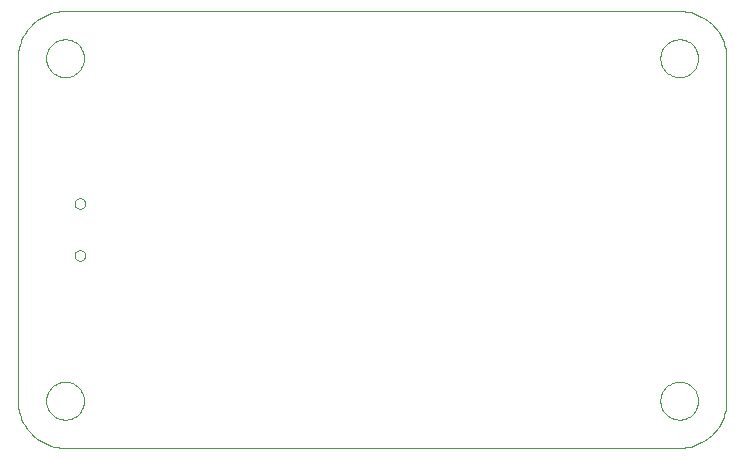
<source format=gko>
G75*
%MOIN*%
%OFA0B0*%
%FSLAX24Y24*%
%IPPOS*%
%LPD*%
%AMOC8*
5,1,8,0,0,1.08239X$1,22.5*
%
%ADD10C,0.0000*%
%ADD11C,0.0004*%
D10*
X005331Y006176D02*
X005333Y006226D01*
X005339Y006276D01*
X005349Y006325D01*
X005363Y006373D01*
X005380Y006420D01*
X005401Y006465D01*
X005426Y006509D01*
X005454Y006550D01*
X005486Y006589D01*
X005520Y006626D01*
X005557Y006660D01*
X005597Y006690D01*
X005639Y006717D01*
X005683Y006741D01*
X005729Y006762D01*
X005776Y006778D01*
X005824Y006791D01*
X005874Y006800D01*
X005923Y006805D01*
X005974Y006806D01*
X006024Y006803D01*
X006073Y006796D01*
X006122Y006785D01*
X006170Y006770D01*
X006216Y006752D01*
X006261Y006730D01*
X006304Y006704D01*
X006345Y006675D01*
X006384Y006643D01*
X006420Y006608D01*
X006452Y006570D01*
X006482Y006530D01*
X006509Y006487D01*
X006532Y006443D01*
X006551Y006397D01*
X006567Y006349D01*
X006579Y006300D01*
X006587Y006251D01*
X006591Y006201D01*
X006591Y006151D01*
X006587Y006101D01*
X006579Y006052D01*
X006567Y006003D01*
X006551Y005955D01*
X006532Y005909D01*
X006509Y005865D01*
X006482Y005822D01*
X006452Y005782D01*
X006420Y005744D01*
X006384Y005709D01*
X006345Y005677D01*
X006304Y005648D01*
X006261Y005622D01*
X006216Y005600D01*
X006170Y005582D01*
X006122Y005567D01*
X006073Y005556D01*
X006024Y005549D01*
X005974Y005546D01*
X005923Y005547D01*
X005874Y005552D01*
X005824Y005561D01*
X005776Y005574D01*
X005729Y005590D01*
X005683Y005611D01*
X005639Y005635D01*
X005597Y005662D01*
X005557Y005692D01*
X005520Y005726D01*
X005486Y005763D01*
X005454Y005802D01*
X005426Y005843D01*
X005401Y005887D01*
X005380Y005932D01*
X005363Y005979D01*
X005349Y006027D01*
X005339Y006076D01*
X005333Y006126D01*
X005331Y006176D01*
X006277Y011018D02*
X006279Y011044D01*
X006285Y011070D01*
X006295Y011095D01*
X006308Y011118D01*
X006324Y011138D01*
X006344Y011156D01*
X006366Y011171D01*
X006389Y011183D01*
X006415Y011191D01*
X006441Y011195D01*
X006467Y011195D01*
X006493Y011191D01*
X006519Y011183D01*
X006543Y011171D01*
X006564Y011156D01*
X006584Y011138D01*
X006600Y011118D01*
X006613Y011095D01*
X006623Y011070D01*
X006629Y011044D01*
X006631Y011018D01*
X006629Y010992D01*
X006623Y010966D01*
X006613Y010941D01*
X006600Y010918D01*
X006584Y010898D01*
X006564Y010880D01*
X006542Y010865D01*
X006519Y010853D01*
X006493Y010845D01*
X006467Y010841D01*
X006441Y010841D01*
X006415Y010845D01*
X006389Y010853D01*
X006365Y010865D01*
X006344Y010880D01*
X006324Y010898D01*
X006308Y010918D01*
X006295Y010941D01*
X006285Y010966D01*
X006279Y010992D01*
X006277Y011018D01*
X006277Y012750D02*
X006279Y012776D01*
X006285Y012802D01*
X006295Y012827D01*
X006308Y012850D01*
X006324Y012870D01*
X006344Y012888D01*
X006366Y012903D01*
X006389Y012915D01*
X006415Y012923D01*
X006441Y012927D01*
X006467Y012927D01*
X006493Y012923D01*
X006519Y012915D01*
X006543Y012903D01*
X006564Y012888D01*
X006584Y012870D01*
X006600Y012850D01*
X006613Y012827D01*
X006623Y012802D01*
X006629Y012776D01*
X006631Y012750D01*
X006629Y012724D01*
X006623Y012698D01*
X006613Y012673D01*
X006600Y012650D01*
X006584Y012630D01*
X006564Y012612D01*
X006542Y012597D01*
X006519Y012585D01*
X006493Y012577D01*
X006467Y012573D01*
X006441Y012573D01*
X006415Y012577D01*
X006389Y012585D01*
X006365Y012597D01*
X006344Y012612D01*
X006324Y012630D01*
X006308Y012650D01*
X006295Y012673D01*
X006285Y012698D01*
X006279Y012724D01*
X006277Y012750D01*
X005331Y017593D02*
X005333Y017643D01*
X005339Y017693D01*
X005349Y017742D01*
X005363Y017790D01*
X005380Y017837D01*
X005401Y017882D01*
X005426Y017926D01*
X005454Y017967D01*
X005486Y018006D01*
X005520Y018043D01*
X005557Y018077D01*
X005597Y018107D01*
X005639Y018134D01*
X005683Y018158D01*
X005729Y018179D01*
X005776Y018195D01*
X005824Y018208D01*
X005874Y018217D01*
X005923Y018222D01*
X005974Y018223D01*
X006024Y018220D01*
X006073Y018213D01*
X006122Y018202D01*
X006170Y018187D01*
X006216Y018169D01*
X006261Y018147D01*
X006304Y018121D01*
X006345Y018092D01*
X006384Y018060D01*
X006420Y018025D01*
X006452Y017987D01*
X006482Y017947D01*
X006509Y017904D01*
X006532Y017860D01*
X006551Y017814D01*
X006567Y017766D01*
X006579Y017717D01*
X006587Y017668D01*
X006591Y017618D01*
X006591Y017568D01*
X006587Y017518D01*
X006579Y017469D01*
X006567Y017420D01*
X006551Y017372D01*
X006532Y017326D01*
X006509Y017282D01*
X006482Y017239D01*
X006452Y017199D01*
X006420Y017161D01*
X006384Y017126D01*
X006345Y017094D01*
X006304Y017065D01*
X006261Y017039D01*
X006216Y017017D01*
X006170Y016999D01*
X006122Y016984D01*
X006073Y016973D01*
X006024Y016966D01*
X005974Y016963D01*
X005923Y016964D01*
X005874Y016969D01*
X005824Y016978D01*
X005776Y016991D01*
X005729Y017007D01*
X005683Y017028D01*
X005639Y017052D01*
X005597Y017079D01*
X005557Y017109D01*
X005520Y017143D01*
X005486Y017180D01*
X005454Y017219D01*
X005426Y017260D01*
X005401Y017304D01*
X005380Y017349D01*
X005363Y017396D01*
X005349Y017444D01*
X005339Y017493D01*
X005333Y017543D01*
X005331Y017593D01*
X025804Y017593D02*
X025806Y017643D01*
X025812Y017693D01*
X025822Y017742D01*
X025836Y017790D01*
X025853Y017837D01*
X025874Y017882D01*
X025899Y017926D01*
X025927Y017967D01*
X025959Y018006D01*
X025993Y018043D01*
X026030Y018077D01*
X026070Y018107D01*
X026112Y018134D01*
X026156Y018158D01*
X026202Y018179D01*
X026249Y018195D01*
X026297Y018208D01*
X026347Y018217D01*
X026396Y018222D01*
X026447Y018223D01*
X026497Y018220D01*
X026546Y018213D01*
X026595Y018202D01*
X026643Y018187D01*
X026689Y018169D01*
X026734Y018147D01*
X026777Y018121D01*
X026818Y018092D01*
X026857Y018060D01*
X026893Y018025D01*
X026925Y017987D01*
X026955Y017947D01*
X026982Y017904D01*
X027005Y017860D01*
X027024Y017814D01*
X027040Y017766D01*
X027052Y017717D01*
X027060Y017668D01*
X027064Y017618D01*
X027064Y017568D01*
X027060Y017518D01*
X027052Y017469D01*
X027040Y017420D01*
X027024Y017372D01*
X027005Y017326D01*
X026982Y017282D01*
X026955Y017239D01*
X026925Y017199D01*
X026893Y017161D01*
X026857Y017126D01*
X026818Y017094D01*
X026777Y017065D01*
X026734Y017039D01*
X026689Y017017D01*
X026643Y016999D01*
X026595Y016984D01*
X026546Y016973D01*
X026497Y016966D01*
X026447Y016963D01*
X026396Y016964D01*
X026347Y016969D01*
X026297Y016978D01*
X026249Y016991D01*
X026202Y017007D01*
X026156Y017028D01*
X026112Y017052D01*
X026070Y017079D01*
X026030Y017109D01*
X025993Y017143D01*
X025959Y017180D01*
X025927Y017219D01*
X025899Y017260D01*
X025874Y017304D01*
X025853Y017349D01*
X025836Y017396D01*
X025822Y017444D01*
X025812Y017493D01*
X025806Y017543D01*
X025804Y017593D01*
X025804Y006176D02*
X025806Y006226D01*
X025812Y006276D01*
X025822Y006325D01*
X025836Y006373D01*
X025853Y006420D01*
X025874Y006465D01*
X025899Y006509D01*
X025927Y006550D01*
X025959Y006589D01*
X025993Y006626D01*
X026030Y006660D01*
X026070Y006690D01*
X026112Y006717D01*
X026156Y006741D01*
X026202Y006762D01*
X026249Y006778D01*
X026297Y006791D01*
X026347Y006800D01*
X026396Y006805D01*
X026447Y006806D01*
X026497Y006803D01*
X026546Y006796D01*
X026595Y006785D01*
X026643Y006770D01*
X026689Y006752D01*
X026734Y006730D01*
X026777Y006704D01*
X026818Y006675D01*
X026857Y006643D01*
X026893Y006608D01*
X026925Y006570D01*
X026955Y006530D01*
X026982Y006487D01*
X027005Y006443D01*
X027024Y006397D01*
X027040Y006349D01*
X027052Y006300D01*
X027060Y006251D01*
X027064Y006201D01*
X027064Y006151D01*
X027060Y006101D01*
X027052Y006052D01*
X027040Y006003D01*
X027024Y005955D01*
X027005Y005909D01*
X026982Y005865D01*
X026955Y005822D01*
X026925Y005782D01*
X026893Y005744D01*
X026857Y005709D01*
X026818Y005677D01*
X026777Y005648D01*
X026734Y005622D01*
X026689Y005600D01*
X026643Y005582D01*
X026595Y005567D01*
X026546Y005556D01*
X026497Y005549D01*
X026447Y005546D01*
X026396Y005547D01*
X026347Y005552D01*
X026297Y005561D01*
X026249Y005574D01*
X026202Y005590D01*
X026156Y005611D01*
X026112Y005635D01*
X026070Y005662D01*
X026030Y005692D01*
X025993Y005726D01*
X025959Y005763D01*
X025927Y005802D01*
X025899Y005843D01*
X025874Y005887D01*
X025853Y005932D01*
X025836Y005979D01*
X025822Y006027D01*
X025812Y006076D01*
X025806Y006126D01*
X025804Y006176D01*
D11*
X026434Y004601D02*
X005961Y004601D01*
X005884Y004603D01*
X005807Y004609D01*
X005730Y004618D01*
X005654Y004631D01*
X005578Y004648D01*
X005504Y004669D01*
X005430Y004693D01*
X005358Y004721D01*
X005288Y004752D01*
X005219Y004787D01*
X005151Y004825D01*
X005086Y004866D01*
X005023Y004911D01*
X004962Y004959D01*
X004903Y005009D01*
X004847Y005062D01*
X004794Y005118D01*
X004744Y005177D01*
X004696Y005238D01*
X004651Y005301D01*
X004610Y005366D01*
X004572Y005434D01*
X004537Y005503D01*
X004506Y005573D01*
X004478Y005645D01*
X004454Y005719D01*
X004433Y005793D01*
X004416Y005869D01*
X004403Y005945D01*
X004394Y006022D01*
X004388Y006099D01*
X004386Y006176D01*
X004387Y006176D02*
X004387Y017593D01*
X004386Y017593D02*
X004388Y017670D01*
X004394Y017747D01*
X004403Y017824D01*
X004416Y017900D01*
X004433Y017976D01*
X004454Y018050D01*
X004478Y018124D01*
X004506Y018196D01*
X004537Y018266D01*
X004572Y018335D01*
X004610Y018403D01*
X004651Y018468D01*
X004696Y018531D01*
X004744Y018592D01*
X004794Y018651D01*
X004847Y018707D01*
X004903Y018760D01*
X004962Y018810D01*
X005023Y018858D01*
X005086Y018903D01*
X005151Y018944D01*
X005219Y018982D01*
X005288Y019017D01*
X005358Y019048D01*
X005430Y019076D01*
X005504Y019100D01*
X005578Y019121D01*
X005654Y019138D01*
X005730Y019151D01*
X005807Y019160D01*
X005884Y019166D01*
X005961Y019168D01*
X026434Y019168D01*
X026511Y019166D01*
X026588Y019160D01*
X026665Y019151D01*
X026741Y019138D01*
X026817Y019121D01*
X026891Y019100D01*
X026965Y019076D01*
X027037Y019048D01*
X027107Y019017D01*
X027176Y018982D01*
X027244Y018944D01*
X027309Y018903D01*
X027372Y018858D01*
X027433Y018810D01*
X027492Y018760D01*
X027548Y018707D01*
X027601Y018651D01*
X027651Y018592D01*
X027699Y018531D01*
X027744Y018468D01*
X027785Y018403D01*
X027823Y018335D01*
X027858Y018266D01*
X027889Y018196D01*
X027917Y018124D01*
X027941Y018050D01*
X027962Y017976D01*
X027979Y017900D01*
X027992Y017824D01*
X028001Y017747D01*
X028007Y017670D01*
X028009Y017593D01*
X028009Y006176D01*
X028007Y006099D01*
X028001Y006022D01*
X027992Y005945D01*
X027979Y005869D01*
X027962Y005793D01*
X027941Y005719D01*
X027917Y005645D01*
X027889Y005573D01*
X027858Y005503D01*
X027823Y005434D01*
X027785Y005366D01*
X027744Y005301D01*
X027699Y005238D01*
X027651Y005177D01*
X027601Y005118D01*
X027548Y005062D01*
X027492Y005009D01*
X027433Y004959D01*
X027372Y004911D01*
X027309Y004866D01*
X027244Y004825D01*
X027176Y004787D01*
X027107Y004752D01*
X027037Y004721D01*
X026965Y004693D01*
X026891Y004669D01*
X026817Y004648D01*
X026741Y004631D01*
X026665Y004618D01*
X026588Y004609D01*
X026511Y004603D01*
X026434Y004601D01*
X026511Y004603D01*
X026588Y004609D01*
X026665Y004618D01*
X026741Y004631D01*
X026817Y004648D01*
X026891Y004669D01*
X026965Y004693D01*
X027037Y004721D01*
X027107Y004752D01*
X027176Y004787D01*
X027244Y004825D01*
X027309Y004866D01*
X027372Y004911D01*
X027433Y004959D01*
X027492Y005009D01*
X027548Y005062D01*
X027601Y005118D01*
X027651Y005177D01*
X027699Y005238D01*
X027744Y005301D01*
X027785Y005366D01*
X027823Y005434D01*
X027858Y005503D01*
X027889Y005573D01*
X027917Y005645D01*
X027941Y005719D01*
X027962Y005793D01*
X027979Y005869D01*
X027992Y005945D01*
X028001Y006022D01*
X028007Y006099D01*
X028009Y006176D01*
X028009Y017593D02*
X028007Y017670D01*
X028001Y017747D01*
X027992Y017824D01*
X027979Y017900D01*
X027962Y017976D01*
X027941Y018050D01*
X027917Y018124D01*
X027889Y018196D01*
X027858Y018266D01*
X027823Y018335D01*
X027785Y018403D01*
X027744Y018468D01*
X027699Y018531D01*
X027651Y018592D01*
X027601Y018651D01*
X027548Y018707D01*
X027492Y018760D01*
X027433Y018810D01*
X027372Y018858D01*
X027309Y018903D01*
X027244Y018944D01*
X027176Y018982D01*
X027107Y019017D01*
X027037Y019048D01*
X026965Y019076D01*
X026891Y019100D01*
X026817Y019121D01*
X026741Y019138D01*
X026665Y019151D01*
X026588Y019160D01*
X026511Y019166D01*
X026434Y019168D01*
X005961Y019168D02*
X005884Y019166D01*
X005807Y019160D01*
X005730Y019151D01*
X005654Y019138D01*
X005578Y019121D01*
X005504Y019100D01*
X005430Y019076D01*
X005358Y019048D01*
X005288Y019017D01*
X005219Y018982D01*
X005151Y018944D01*
X005086Y018903D01*
X005023Y018858D01*
X004962Y018810D01*
X004903Y018760D01*
X004847Y018707D01*
X004794Y018651D01*
X004744Y018592D01*
X004696Y018531D01*
X004651Y018468D01*
X004610Y018403D01*
X004572Y018335D01*
X004537Y018266D01*
X004506Y018196D01*
X004478Y018124D01*
X004454Y018050D01*
X004433Y017976D01*
X004416Y017900D01*
X004403Y017824D01*
X004394Y017747D01*
X004388Y017670D01*
X004386Y017593D01*
X004386Y006176D02*
X004388Y006099D01*
X004394Y006022D01*
X004403Y005945D01*
X004416Y005869D01*
X004433Y005793D01*
X004454Y005719D01*
X004478Y005645D01*
X004506Y005573D01*
X004537Y005503D01*
X004572Y005434D01*
X004610Y005366D01*
X004651Y005301D01*
X004696Y005238D01*
X004744Y005177D01*
X004794Y005118D01*
X004847Y005062D01*
X004903Y005009D01*
X004962Y004959D01*
X005023Y004911D01*
X005086Y004866D01*
X005151Y004825D01*
X005219Y004787D01*
X005288Y004752D01*
X005358Y004721D01*
X005430Y004693D01*
X005504Y004669D01*
X005578Y004648D01*
X005654Y004631D01*
X005730Y004618D01*
X005807Y004609D01*
X005884Y004603D01*
X005961Y004601D01*
M02*

</source>
